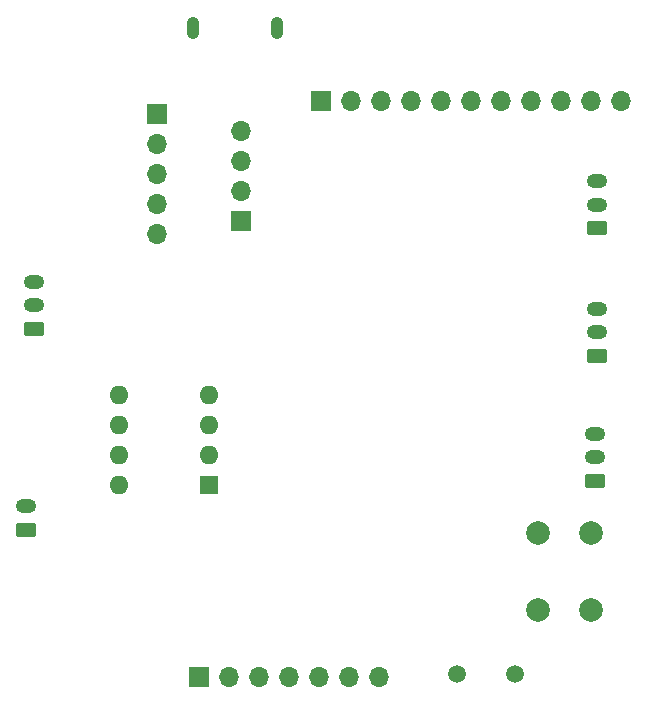
<source format=gbr>
%TF.GenerationSoftware,KiCad,Pcbnew,7.0.10*%
%TF.CreationDate,2024-07-04T11:23:38+05:30*%
%TF.ProjectId,Drive_Node,44726976-655f-44e6-9f64-652e6b696361,rev?*%
%TF.SameCoordinates,Original*%
%TF.FileFunction,Soldermask,Bot*%
%TF.FilePolarity,Negative*%
%FSLAX46Y46*%
G04 Gerber Fmt 4.6, Leading zero omitted, Abs format (unit mm)*
G04 Created by KiCad (PCBNEW 7.0.10) date 2024-07-04 11:23:38*
%MOMM*%
%LPD*%
G01*
G04 APERTURE LIST*
G04 Aperture macros list*
%AMRoundRect*
0 Rectangle with rounded corners*
0 $1 Rounding radius*
0 $2 $3 $4 $5 $6 $7 $8 $9 X,Y pos of 4 corners*
0 Add a 4 corners polygon primitive as box body*
4,1,4,$2,$3,$4,$5,$6,$7,$8,$9,$2,$3,0*
0 Add four circle primitives for the rounded corners*
1,1,$1+$1,$2,$3*
1,1,$1+$1,$4,$5*
1,1,$1+$1,$6,$7*
1,1,$1+$1,$8,$9*
0 Add four rect primitives between the rounded corners*
20,1,$1+$1,$2,$3,$4,$5,0*
20,1,$1+$1,$4,$5,$6,$7,0*
20,1,$1+$1,$6,$7,$8,$9,0*
20,1,$1+$1,$8,$9,$2,$3,0*%
G04 Aperture macros list end*
%ADD10R,1.700000X1.700000*%
%ADD11O,1.700000X1.700000*%
%ADD12O,1.050000X1.900000*%
%ADD13RoundRect,0.250000X0.625000X-0.350000X0.625000X0.350000X-0.625000X0.350000X-0.625000X-0.350000X0*%
%ADD14O,1.750000X1.200000*%
%ADD15C,2.000000*%
%ADD16C,1.500000*%
%ADD17R,1.600000X1.600000*%
%ADD18O,1.600000X1.600000*%
G04 APERTURE END LIST*
D10*
%TO.C,J15*%
X127246446Y-59600000D03*
D11*
X127246446Y-62140000D03*
X127246446Y-64680000D03*
X127246446Y-67220000D03*
X127246446Y-69760000D03*
%TD*%
D10*
%TO.C,J2*%
X134346447Y-68699999D03*
D11*
X134346447Y-66159999D03*
X134346447Y-63619999D03*
X134346447Y-61079999D03*
%TD*%
D12*
%TO.C,J13*%
X137446446Y-52300000D03*
X130296446Y-52300000D03*
%TD*%
D10*
%TO.C,J8*%
X130821446Y-107300000D03*
D11*
X133361446Y-107300000D03*
X135901446Y-107300000D03*
X138441446Y-107300000D03*
X140981446Y-107300000D03*
X143521446Y-107300000D03*
X146061446Y-107300000D03*
%TD*%
D13*
%TO.C,J6*%
X164546446Y-80100000D03*
D14*
X164546446Y-78100000D03*
X164546446Y-76100000D03*
%TD*%
D10*
%TO.C,J14*%
X141166446Y-58500000D03*
D11*
X143706446Y-58500000D03*
X146246446Y-58500000D03*
X148786446Y-58500000D03*
X151326446Y-58500000D03*
X153866446Y-58500000D03*
X156406446Y-58500000D03*
X158946446Y-58500000D03*
X161486446Y-58500000D03*
X164026446Y-58500000D03*
X166566446Y-58500000D03*
%TD*%
D13*
%TO.C,J3*%
X116846446Y-77800000D03*
D14*
X116846446Y-75800000D03*
X116846446Y-73800000D03*
%TD*%
D15*
%TO.C,SW1*%
X164046446Y-95099999D03*
X164046446Y-101599999D03*
X159546446Y-95099999D03*
X159546446Y-101599999D03*
%TD*%
D16*
%TO.C,Y1*%
X152696446Y-107000000D03*
X157576446Y-107000000D03*
%TD*%
D17*
%TO.C,U3*%
X131646446Y-91000000D03*
D18*
X131646446Y-88460000D03*
X131646446Y-85920000D03*
X131646446Y-83380000D03*
X124026446Y-83380000D03*
X124026446Y-85920000D03*
X124026446Y-88460000D03*
X124026446Y-91000000D03*
%TD*%
D13*
%TO.C,J5*%
X164346446Y-90699999D03*
D14*
X164346446Y-88699999D03*
X164346446Y-86699999D03*
%TD*%
D13*
%TO.C,J4*%
X116146446Y-94799999D03*
D14*
X116146446Y-92799999D03*
%TD*%
D13*
%TO.C,J7*%
X164546446Y-69300000D03*
D14*
X164546446Y-67300000D03*
X164546446Y-65300000D03*
%TD*%
M02*

</source>
